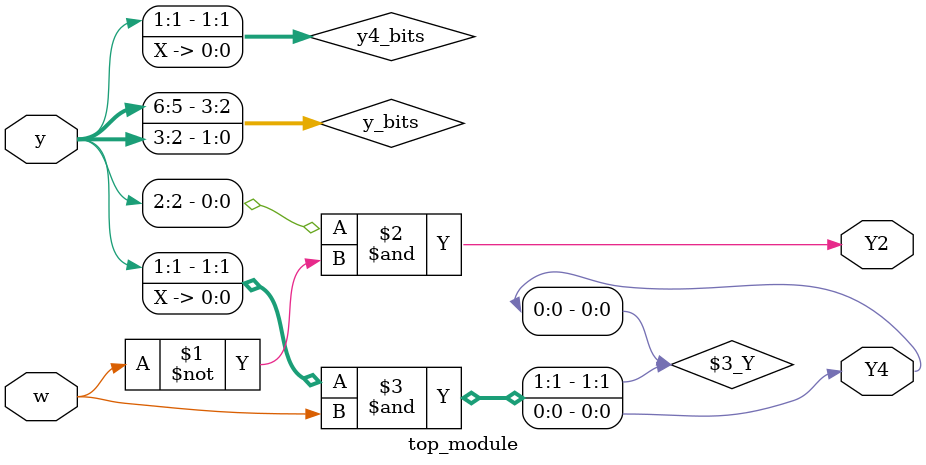
<source format=sv>
module top_module (
    input [6:1] y,
    input w,
    output wire Y2,
    output wire Y4
);
  
    wire [3:0] y_bits;
    wire [1:0] y4_bits;
  
    assign y_bits = {y[6], y[5], y[3], y[2]};
    assign y4_bits = {y[1], y[0]};
  
    assign Y2 = y_bits[0] & ~w;
    assign Y4 = y4_bits & w;

endmodule

</source>
